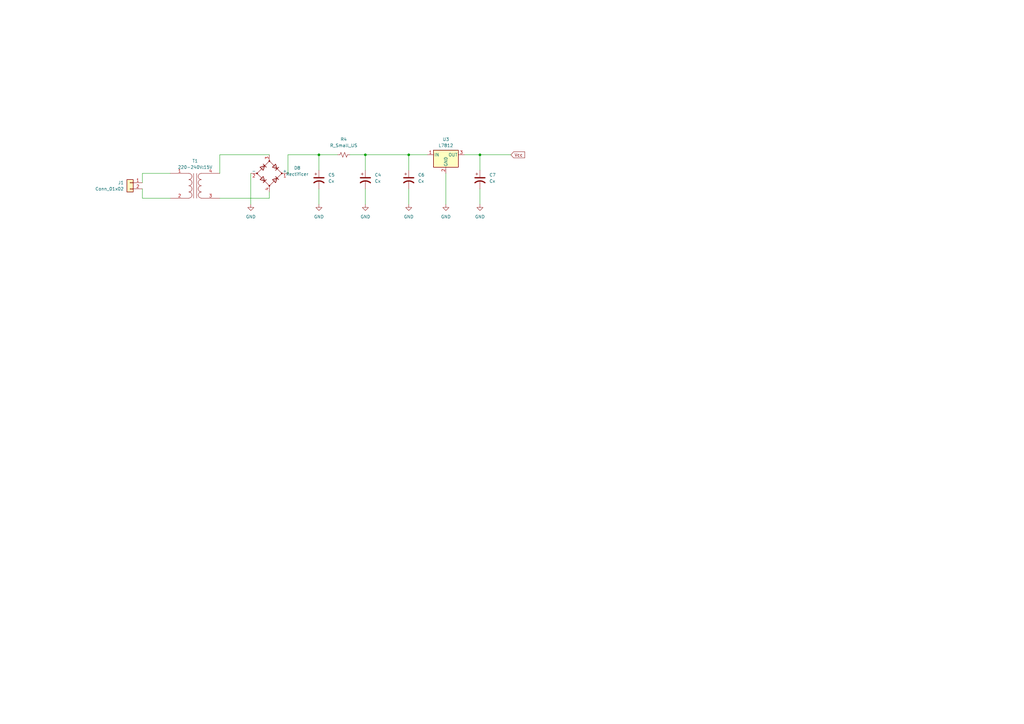
<source format=kicad_sch>
(kicad_sch (version 20230121) (generator eeschema)
  (paper "A3")
  (title_block (title "Alimentación"))
  (lib_symbols
    (symbol "Connector_Generic:Conn_01x02" (pin_names (offset 1.016) hide)
      (property "Reference" "J" (at 0 2.54 0))
      (property "Value" "Conn_01x02" (at 0 -5.08 0))
      (symbol "Conn_01x02_1_1"
        (rectangle (start -1.27 -2.413) (end 0 -2.667) (stroke (width 0.1524)))
        (rectangle (start -1.27 0.127) (end 0 -0.127) (stroke (width 0.1524)))
        (rectangle (start -1.27 1.27) (end 1.27 -3.81) (stroke (width 0.254)) (fill (type background)))
        (pin passive line (at -5.08 0 0) (length 3.81) (name "Pin_1") (number "1"))
        (pin passive line (at -5.08 -2.54 0) (length 3.81) (name "Pin_2") (number "2"))
      )
    )
    (symbol "Device:C_Polarized_US" (pin_numbers hide) (pin_names (offset 0.254) hide)
      (property "Reference" "C" (at 0.635 2.54 0))
      (property "Value" "C_Polarized_US" (at 0.635 -2.54 0))
      (symbol "C_Polarized_US_0_1"
        (polyline (pts (xy -2.032 0.762) (xy 2.032 0.762)) (stroke (width 0.508)))
        (polyline (pts (xy -1.778 2.286) (xy -0.762 2.286)))
        (polyline (pts (xy -1.27 1.778) (xy -1.27 2.794)))
        (arc (start 2.032 -1.27) (mid 0 -0.5572) (end -2.032 -1.27) (stroke (width 0.508)))
      )
      (symbol "C_Polarized_US_1_1"
        (pin passive line (at 0 3.81 270) (length 2.794) (name "~") (number "1"))
        (pin passive line (at 0 -3.81 90) (length 3.302) (name "~") (number "2"))
      )
    )
    (symbol "Device:D_Bridge_+-AA" (pin_names (offset 0))
      (property "Reference" "D" (at 2.54 6.985 0))
      (property "Value" "D_Bridge_+-AA" (at 2.54 5.08 0))
      (symbol "D_Bridge_+-AA_0_1"
        (circle (center -5.08 0) (radius 0.254) (fill (type outline)))
        (circle (center 0 -5.08) (radius 0.254) (fill (type outline)))
        (polyline (pts (xy -2.54 3.81) (xy -1.27 2.54)) (stroke (width 0.254)))
        (polyline (pts (xy -1.27 -2.54) (xy -2.54 -3.81)) (stroke (width 0.254)))
        (polyline (pts (xy 2.54 -1.27) (xy 3.81 -2.54)) (stroke (width 0.254)))
        (polyline (pts (xy 2.54 1.27) (xy 3.81 2.54)) (stroke (width 0.254)))
        (polyline (pts (xy -3.81 2.54) (xy -2.54 1.27) (xy -1.905 3.175) (xy -3.81 2.54)) (stroke (width 0.254)))
        (polyline (pts (xy -2.54 -1.27) (xy -3.81 -2.54) (xy -1.905 -3.175) (xy -2.54 -1.27)) (stroke (width 0.254)))
        (polyline (pts (xy 1.27 2.54) (xy 2.54 3.81) (xy 3.175 1.905) (xy 1.27 2.54)) (stroke (width 0.254)))
        (polyline (pts (xy 3.175 -1.905) (xy 1.27 -2.54) (xy 2.54 -3.81) (xy 3.175 -1.905)) (stroke (width 0.254)))
        (polyline (pts (xy -5.08 0) (xy 0 -5.08) (xy 5.08 0) (xy 0 5.08) (xy -5.08 0)))
        (circle (center 0 5.08) (radius 0.254) (fill (type outline)))
        (circle (center 5.08 0) (radius 0.254) (fill (type outline)))
      )
      (symbol "D_Bridge_+-AA_1_1"
        (pin passive line (at 7.62 0 180) (length 2.54) (name "+") (number "1"))
        (pin passive line (at -7.62 0 0) (length 2.54) (name "-") (number "2"))
        (pin passive line (at 0 7.62 270) (length 2.54) (name "~") (number "3"))
        (pin passive line (at 0 -7.62 90) (length 2.54) (name "~") (number "4"))
      )
    )
    (symbol "Device:R_Small_US" (pin_numbers hide) (pin_names (offset 0.254) hide)
      (property "Reference" "R" (at 0.762 0.508 0))
      (property "Value" "R_Small_US" (at 0.762 -1.016 0))
      (symbol "R_Small_US_1_1"
        (polyline (pts (xy 0 0) (xy 1.016 -0.381) (xy 0 -0.762) (xy -1.016 -1.143) (xy 0 -1.524)))
        (polyline (pts (xy 0 1.524) (xy 1.016 1.143) (xy 0 0.762) (xy -1.016 0.381) (xy 0 0)))
        (pin passive line (at 0 2.54 270) (length 1.016) (name "~") (number "1"))
        (pin passive line (at 0 -2.54 90) (length 1.016) (name "~") (number "2"))
      )
    )
    (symbol "Device:Transformer_1P_1S" (pin_names (offset 1.016) hide)
      (property "Reference" "T" (at 0 6.35 0))
      (property "Value" "Transformer_1P_1S" (at 0 -7.62 0))
      (symbol "Transformer_1P_1S_0_1"
        (arc (start -2.54 -5.0546) (mid -1.6599 -4.6901) (end -1.27 -3.81))
        (arc (start -2.54 -2.5146) (mid -1.6599 -2.1501) (end -1.27 -1.27))
        (arc (start -2.54 0.0254) (mid -1.6599 0.3899) (end -1.27 1.27))
        (arc (start -2.54 2.5654) (mid -1.6599 2.9299) (end -1.27 3.81))
        (arc (start -1.27 -3.81) (mid -1.642 -2.912) (end -2.54 -2.54))
        (arc (start -1.27 -1.27) (mid -1.642 -0.372) (end -2.54 0))
        (arc (start -1.27 1.27) (mid -1.642 2.168) (end -2.54 2.54))
        (arc (start -1.27 3.81) (mid -1.642 4.708) (end -2.54 5.08))
        (polyline (pts (xy -0.635 5.08) (xy -0.635 -5.08)))
        (polyline (pts (xy 0.635 -5.08) (xy 0.635 5.08)))
        (arc (start 1.2954 -1.27) (mid 1.6599 -2.1501) (end 2.54 -2.5146))
        (arc (start 1.2954 1.27) (mid 1.6599 0.3899) (end 2.54 0.0254))
        (arc (start 1.2954 3.81) (mid 1.6599 2.9299) (end 2.54 2.5654))
        (arc (start 1.3208 -3.81) (mid 1.6853 -4.6901) (end 2.5654 -5.0546))
        (arc (start 2.54 0) (mid 1.642 -0.372) (end 1.2954 -1.27))
        (arc (start 2.54 2.54) (mid 1.642 2.168) (end 1.2954 1.27))
        (arc (start 2.54 5.08) (mid 1.642 4.708) (end 1.2954 3.81))
        (arc (start 2.5654 -2.54) (mid 1.6674 -2.912) (end 1.3208 -3.81))
      )
      (symbol "Transformer_1P_1S_1_1"
        (pin passive line (at -10.16 5.08 0) (length 7.62) (name "AA") (number "1"))
        (pin passive line (at -10.16 -5.08 0) (length 7.62) (name "AB") (number "2"))
        (pin passive line (at 10.16 -5.08 180) (length 7.62) (name "SA") (number "3"))
        (pin passive line (at 10.16 5.08 180) (length 7.62) (name "SB") (number "4"))
      )
    )
    (symbol "Regulator_Linear:L7812" (pin_names (offset 0.254))
      (property "Reference" "U" (at -3.81 3.175 0))
      (property "Value" "L7812" (at 0 3.175 0))
      (symbol "L7812_0_1"
        (rectangle (start -5.08 1.905) (end 5.08 -5.08) (stroke (width 0.254)) (fill (type background)))
      )
      (symbol "L7812_1_1"
        (pin power_in line (at -7.62 0 0) (length 2.54) (name "IN") (number "1"))
        (pin power_in line (at 0 -7.62 90) (length 2.54) (name "GND") (number "2"))
        (pin power_out line (at 7.62 0 180) (length 2.54) (name "OUT") (number "3"))
      )
    )
    (symbol "power:GND" (power) (pin_names (offset 0))
      (property "Value" "GND" (at 0 -3.81 0))
      (symbol "GND_0_1"
        (polyline (pts (xy 0 0) (xy 0 -1.27) (xy 1.27 -1.27) (xy 0 -2.54) (xy -1.27 -1.27) (xy 0 -1.27)))
      )
      (symbol "GND_1_1"
        (pin power_in line (at 0 0 270) (length 0) hide (name "GND") (number "1"))
      )
    )
  )
  (junction (at 167.64 63.5))
  (junction (at 196.85 63.5))
  (junction (at 149.86 63.5))
  (junction (at 130.81 63.5))
  (wire (pts (xy 182.88 71.12) (xy 182.88 83.82)))
  (wire (pts (xy 102.87 71.12) (xy 102.87 83.82)))
  (wire (pts (xy 149.86 63.5) (xy 149.86 69.85)))
  (wire (pts (xy 90.17 63.5) (xy 110.49 63.5)))
  (wire (pts (xy 196.85 63.5) (xy 209.55 63.5)))
  (wire (pts (xy 167.64 63.5) (xy 167.64 69.85)))
  (wire (pts (xy 58.42 81.28) (xy 58.42 77.47)))
  (wire (pts (xy 149.86 63.5) (xy 167.64 63.5)))
  (wire (pts (xy 130.81 77.47) (xy 130.81 83.82)))
  (wire (pts (xy 190.5 63.5) (xy 196.85 63.5)))
  (wire (pts (xy 196.85 63.5) (xy 196.85 69.85)))
  (wire (pts (xy 118.11 71.12) (xy 118.11 63.5)))
  (wire (pts (xy 118.11 63.5) (xy 130.81 63.5)))
  (wire (pts (xy 69.85 71.12) (xy 58.42 71.12)))
  (wire (pts (xy 149.86 77.47) (xy 149.86 83.82)))
  (wire (pts (xy 130.81 63.5) (xy 138.43 63.5)))
  (wire (pts (xy 196.85 77.47) (xy 196.85 83.82)))
  (wire (pts (xy 58.42 71.12) (xy 58.42 74.93)))
  (wire (pts (xy 110.49 78.74) (xy 110.49 81.28)))
  (wire (pts (xy 90.17 81.28) (xy 110.49 81.28)))
  (wire (pts (xy 69.85 81.28) (xy 58.42 81.28)))
  (wire (pts (xy 167.64 77.47) (xy 167.64 83.82)))
  (wire (pts (xy 167.64 63.5) (xy 175.26 63.5)))
  (wire (pts (xy 90.17 71.12) (xy 90.17 63.5)))
  (wire (pts (xy 143.51 63.5) (xy 149.86 63.5)))
  (wire (pts (xy 130.81 69.85) (xy 130.81 63.5)))
  (global_label "Vcc" (shape input) (at 209.55 63.5 0) (property "Intersheetrefs" "${INTERSHEET_REFS}" (effects hide)))
  (symbol (lib_id "power:GND") (at 167.64 83.82 0) (unit 1)
    (property "Reference" "#PWR013" (effects hide))
    (property "Value" "GND" (at 167.64 88.9 0))
  )
  (symbol (lib_id "Device:C_Polarized_US") (at 196.85 73.66 0) (unit 1)
    (property "Reference" "C7" (at 200.66 71.755 0) (effects (justify left)))
    (property "Value" "Cx" (at 200.66 74.295 0) (effects (justify left)))
  )
  (symbol (lib_id "power:GND") (at 149.86 83.82 0) (unit 1)
    (property "Reference" "#PWR010" (effects hide))
    (property "Value" "GND" (at 149.86 88.9 0))
  )
  (symbol (lib_id "power:GND") (at 130.81 83.82 0) (unit 1)
    (property "Reference" "#PWR011" (effects hide))
    (property "Value" "GND" (at 130.81 88.9 0))
  )
  (symbol (lib_id "Device:R_Small_US") (at 140.97 63.5 90) (unit 1)
    (property "Reference" "R4" (at 140.97 57.15 90))
    (property "Value" "R_Small_US" (at 140.97 59.69 90))
  )
  (symbol (lib_id "Regulator_Linear:L7812") (at 182.88 63.5 0) (unit 1)
    (property "Reference" "U3" (at 182.88 57.15 0))
    (property "Value" "L7812" (at 182.88 59.69 0))
    (property "Datasheet" "http://www.st.com/content/ccc/resource/technical/document/datasheet/41/4f/b3/b0/12/d4/47/88/CD00000444.pdf/files/CD00000444.pdf/jcr:content/translations/en.CD00000444.pdf" (effects hide))
  )
  (symbol (lib_id "Connector_Generic:Conn_01x02") (at 53.34 74.93 0) (mirror y) (unit 1)
    (property "Reference" "J1" (at 50.8 74.93 0) (effects (justify left)))
    (property "Value" "Conn_01x02" (at 50.8 77.47 0) (effects (justify left)))
  )
  (symbol (lib_id "Device:C_Polarized_US") (at 149.86 73.66 0) (unit 1)
    (property "Reference" "C4" (at 153.67 71.755 0) (effects (justify left)))
    (property "Value" "Cx" (at 153.67 74.295 0) (effects (justify left)))
  )
  (symbol (lib_id "power:GND") (at 182.88 83.82 0) (unit 1)
    (property "Reference" "#PWR012" (effects hide))
    (property "Value" "GND" (at 182.88 88.9 0))
  )
  (symbol (lib_id "Device:D_Bridge_+-AA") (at 110.49 71.12 0) (unit 1)
    (property "Reference" "D8" (at 121.92 68.9041 0))
    (property "Value" "Rectificer" (at 121.92 71.4441 0))
  )
  (symbol (lib_id "power:GND") (at 102.87 83.82 0) (unit 1)
    (property "Reference" "#PWR015" (effects hide))
    (property "Value" "GND" (at 102.87 88.9 0))
  )
  (symbol (lib_id "power:GND") (at 196.85 83.82 0) (unit 1)
    (property "Reference" "#PWR014" (effects hide))
    (property "Value" "GND" (at 196.85 88.9 0))
  )
  (symbol (lib_id "Device:C_Polarized_US") (at 167.64 73.66 0) (unit 1)
    (property "Reference" "C6" (at 171.45 71.755 0) (effects (justify left)))
    (property "Value" "Cx" (at 171.45 74.295 0) (effects (justify left)))
  )
  (symbol (lib_id "Device:Transformer_1P_1S") (at 80.01 76.2 0) (unit 1)
    (property "Reference" "T1" (at 80.0227 66.04 0))
    (property "Value" "220-240V:15V" (at 80.0227 68.58 0))
  )
  (symbol (lib_id "Device:C_Polarized_US") (at 130.81 73.66 0) (unit 1)
    (property "Reference" "C5" (at 134.62 71.755 0) (effects (justify left)))
    (property "Value" "Cx" (at 134.62 74.295 0) (effects (justify left)))
  )
)
</source>
